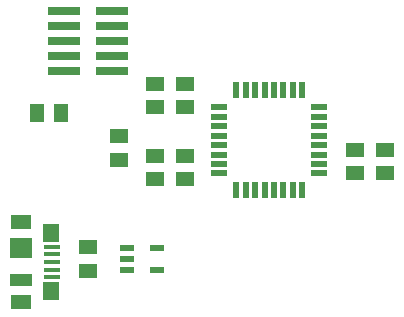
<source format=gbr>
G04 EAGLE Gerber RS-274X export*
G75*
%MOMM*%
%FSLAX34Y34*%
%LPD*%
%INSolderpaste Top*%
%IPPOS*%
%AMOC8*
5,1,8,0,0,1.08239X$1,22.5*%
G01*
%ADD10R,1.300000X1.600000*%
%ADD11R,1.600000X1.300000*%
%ADD12R,1.475000X0.600000*%
%ADD13R,0.600000X1.475000*%
%ADD14R,1.200000X0.600000*%
%ADD15R,2.790000X0.740000*%
%ADD16R,1.371600X0.457200*%
%ADD17R,1.422400X1.549400*%
%ADD18R,1.651000X1.295400*%
%ADD19R,1.905000X1.803400*%
%ADD20R,1.905000X0.990600*%


D10*
X38260Y176530D03*
X58260Y176530D03*
D11*
X81280Y63340D03*
X81280Y43340D03*
X163830Y181770D03*
X163830Y201770D03*
X138430Y181770D03*
X138430Y201770D03*
X307340Y125890D03*
X307340Y145890D03*
X332740Y125890D03*
X332740Y145890D03*
X163830Y140810D03*
X163830Y120810D03*
X138430Y140810D03*
X138430Y120810D03*
D12*
X192570Y181670D03*
X192570Y173670D03*
X192570Y165670D03*
X192570Y157670D03*
X192570Y149670D03*
X192570Y141670D03*
X192570Y133670D03*
X192570Y125670D03*
D13*
X206950Y111290D03*
X214950Y111290D03*
X222950Y111290D03*
X230950Y111290D03*
X238950Y111290D03*
X246950Y111290D03*
X254950Y111290D03*
X262950Y111290D03*
D12*
X277330Y125670D03*
X277330Y133670D03*
X277330Y141670D03*
X277330Y149670D03*
X277330Y157670D03*
X277330Y165670D03*
X277330Y173670D03*
X277330Y181670D03*
D13*
X262950Y196050D03*
X254950Y196050D03*
X246950Y196050D03*
X238950Y196050D03*
X230950Y196050D03*
X222950Y196050D03*
X214950Y196050D03*
X206950Y196050D03*
D14*
X114500Y62840D03*
X114500Y53340D03*
X114500Y43840D03*
X139500Y43840D03*
X139500Y62840D03*
D15*
X60960Y262890D03*
X101660Y262890D03*
X60960Y250190D03*
X101660Y250190D03*
X60960Y237490D03*
X101660Y237490D03*
X60960Y224790D03*
X101660Y224790D03*
X60960Y212090D03*
X101660Y212090D03*
D16*
X51202Y63800D03*
X51202Y57300D03*
X51202Y50800D03*
X51202Y44300D03*
X51202Y37800D03*
D17*
X50352Y75675D03*
X50352Y25925D03*
D18*
X24602Y84550D03*
X24602Y17050D03*
D19*
X24602Y62300D03*
D20*
X24602Y35306D03*
D11*
X107950Y157320D03*
X107950Y137320D03*
M02*

</source>
